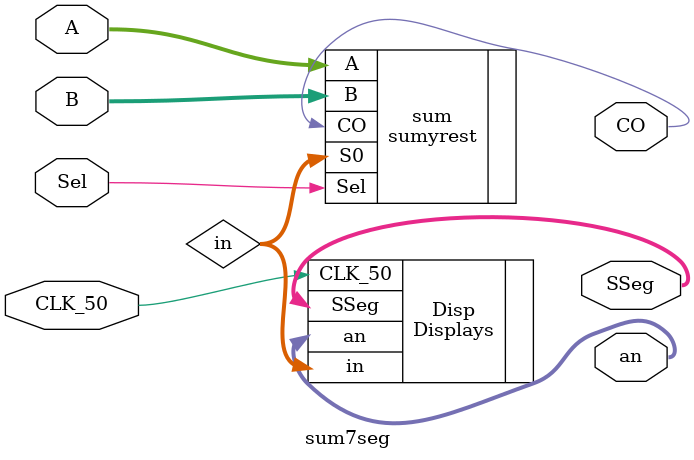
<source format=v>
`include "src/Displays.v"
`include "sum/sumyrest.v"

module sum7seg (
    input [7:0] A,
    input [7:0] B,
    input Sel,
    input CLK_50,
    output [0:6] SSeg, 
    output [3:0] an, 
    output CO
  );

  wire [7:0] in;

  sumyrest sum ( 
        .A(A),.B(B),.Sel(Sel),.CO(CO),.S0(in)
  );

  Displays Disp ( 
        .CLK_50(CLK_50),.in(in),.SSeg(SSeg),.an(an)
  );

endmodule
</source>
